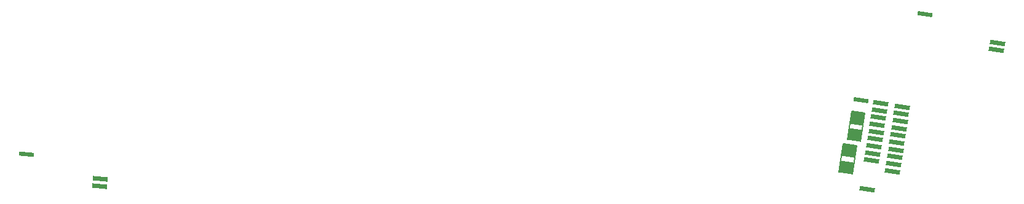
<source format=gbr>
*
G4_C Author: OrCAD GerbTool(tm) 8.1.1 Thu Jun 19 08:57:32 2003*
%LPD*%
%LNsilkbot*%
%FSLAX34Y34*%
%MOIN*%
%AD*%
%AMD25R98*
20,1,0.025000,0.000000,-0.035000,0.000000,0.035000,98.600000*
%
%AMD10R98*
20,1,0.050000,-0.025000,0.000000,0.025000,0.000000,98.600000*
%
%AMD25R98N2*
20,1,0.025000,0.000000,-0.035000,0.000000,0.035000,98.600000*
%
%AMD10R98N2*
20,1,0.050000,-0.025000,0.000000,0.025000,0.000000,98.600000*
%
%AMD25R86*
20,1,0.025000,0.000000,-0.035000,0.000000,0.035000,86.080000*
%
%AMD10R86*
20,1,0.050000,-0.025000,0.000000,0.025000,0.000000,86.080000*
%
%AMD16R5*
20,1,0.025000,-0.035000,0.000000,0.035000,0.000000,5.450000*
%
%AMD10R5*
20,1,0.050000,-0.025000,0.000000,0.025000,0.000000,5.450000*
%
%AMD16R5N2*
20,1,0.025000,-0.035000,0.000000,0.035000,0.000000,5.450000*
%
%AMD10R5N2*
20,1,0.050000,-0.025000,0.000000,0.025000,0.000000,5.450000*
%
%AMD32R3*
20,1,0.025000,0.034920,-0.002390,-0.034920,0.002390,3.950000*
%
%AMD33R3*
20,1,0.050000,-0.001710,-0.024940,0.001710,0.024940,3.950000*
%
%AMD32R3N2*
20,1,0.025000,0.034920,-0.002390,-0.034920,0.002390,3.910000*
%
%AMD33R3N2*
20,1,0.050000,-0.001710,-0.024940,0.001710,0.024940,3.910000*
%
%AMD32R3N3*
20,1,0.025000,0.034920,-0.002390,-0.034920,0.002390,3.920000*
%
%AMD33R3N3*
20,1,0.050000,-0.001710,-0.024940,0.001710,0.024940,3.920000*
%
%AMD29R84*
20,1,0.022000,0.000000,-0.040000,0.000000,0.040000,84.700000*
%
%AMD29R81*
20,1,0.022000,0.000000,-0.040000,0.000000,0.040000,81.200000*
%
%AMD30R81*
20,1,0.024000,0.000000,-0.041000,0.000000,0.041000,81.200000*
%
%AMD26R81*
20,1,0.027000,0.000000,-0.036000,0.000000,0.036000,81.200000*
%
%AMD29R81N2*
20,1,0.022000,0.000000,-0.040000,0.000000,0.040000,81.200000*
%
%AMD29R84N2*
20,1,0.022000,0.000000,-0.040000,0.000000,0.040000,84.700000*
%
%AMD30R84*
20,1,0.024000,0.000000,-0.041000,0.000000,0.041000,84.700000*
%
%AMD29R81N3*
20,1,0.022000,0.000000,-0.040000,0.000000,0.040000,81.300000*
%
%AMD30R81N2*
20,1,0.024000,0.000000,-0.041000,0.000000,0.041000,81.300000*
%
%AMD30R81N3*
20,1,0.024000,0.000000,-0.041000,0.000000,0.041000,81.300000*
%
%AMD26R81N2*
20,1,0.027000,0.000000,-0.036000,0.000000,0.036000,81.300000*
%
%AMD29R81N4*
20,1,0.022000,0.000000,-0.040000,0.000000,0.040000,81.300000*
%
%AMD30R81N4*
20,1,0.024000,0.000000,-0.041000,0.000000,0.041000,81.300000*
%
%AMD26R81N3*
20,1,0.027000,0.000000,-0.036000,0.000000,0.036000,81.300000*
%
%AMD29R81N5*
20,1,0.022000,0.000000,-0.040000,0.000000,0.040000,81.300000*
%
%ADD10R,0.050000X0.050000*%
%ADD11C,0.006000*%
%ADD12C,0.019000*%
%ADD13C,0.007900*%
%ADD14C,0.005000*%
%ADD15C,0.000800*%
%ADD16R,0.070000X0.025000*%
%ADD17R,0.068000X0.023000*%
%ADD18C,0.006000*%
%ADD19C,0.009800*%
%ADD20C,0.010000*%
%ADD21C,0.030000*%
%ADD22C,0.060000*%
%ADD23C,0.035000*%
%ADD24C,0.055000*%
%ADD25R,0.025000X0.070000*%
%ADD26R,0.027000X0.072000*%
%ADD27R,0.029000X0.058000*%
%ADD28R,0.031000X0.060000*%
%ADD29R,0.022000X0.080000*%
%ADD30R,0.024000X0.082000*%
%ADD31D10R98N2*%
%ADD32D25R86*%
%ADD33D10R86*%
%ADD34D16R5*%
%ADD35D10R5*%
%ADD36D16R5N2*%
%ADD37D10R5N2*%
%ADD38D25R98N2*%
%ADD39D10R98N2*%
%ADD40D25R86*%
%ADD41D10R86*%
%ADD42D16R5*%
%ADD43D10R5*%
%ADD44D16R5N2*%
%ADD45D10R5N2*%
%ADD46D32R3*%
%ADD47D33R3*%
%ADD48R,0.070000X0.025000*%
%ADD49D33R3N2*%
%ADD50C,0.011000*%
%ADD51C,0.036000*%
%ADD52C,0.015000*%
%ADD53R,0.070000X0.025000*%
%ADD54R,0.050000X0.050000*%
%ADD55D29R84*%
%ADD56D29R81*%
%ADD57D30R81*%
%ADD58D26R81*%
%ADD59D29R81N2*%
%ADD60D29R84N2*%
%ADD61D30R84*%
%ADD62D29R81N3*%
%ADD63D30R81N2*%
%ADD64D30R81N3*%
%ADD65D26R81N2*%
%ADD66D29R81N4*%
%ADD67D30R81N4*%
%ADD68D26R81N3*%
%ADD69D29R81N5*%
G4_C OrCAD GerbTool Tool List *
G4_D50 1 0.0110 T 0 0*
G4_D51 3 0.0360 T 0 0*
G4_D52 2 0.0150 T 0 0*
G54D60*
G1X45525Y15099D3*
G54D61*
G1X49521Y13772D3*
G1X49488Y13379D3*
G54D62*
G1X94236Y22712D3*
G54D63*
G1X98146Y21151D3*
G1X98091Y20761D3*
G54D67*
G1X91101Y13201D3*
G1X91340Y14758D3*
G1X91398Y15146D3*
G1X91459Y15536D3*
G1X91519Y15925D3*
G1X91578Y16314D3*
G1X91697Y17091D3*
G1X91638Y16703D3*
G1X91757Y17481D3*
G1X91816Y17869D3*
G1X93002Y17689D3*
G1X92943Y17299D3*
G1X92883Y16911D3*
G1X92824Y16521D3*
G1X92764Y16133D3*
G1X92705Y15743D3*
G1X92645Y15354D3*
G1X92585Y14965D3*
G1X92526Y14576D3*
G1X92467Y14187D3*
G54D68*
G1X89937Y14200D3*
G1X89966Y14396D3*
G1X89995Y14578D3*
G1X90075Y15091D3*
G1X90106Y15287D3*
G1X90133Y15468D3*
G1X90516Y15568D2*
G54D18*
G1X90282Y14040D1*
G1X90516Y15569D2*
G1X89788Y15680D1*
G1X89788Y15681D2*
G1X89554Y14152D1*
G54D68*
G1X90398Y15958D3*
G1X90427Y16154D3*
G1X90455Y16336D3*
G1X90535Y16848D3*
G1X90566Y17045D3*
G1X90593Y17226D3*
G1X90976Y17325D2*
G54D18*
G1X90742Y15798D1*
G1X90976Y17326D2*
G1X90248Y17438D1*
G1X90248Y17439D2*
G1X90014Y15909D1*
G54D69*
G1X90750Y18034D3*
M2*

</source>
